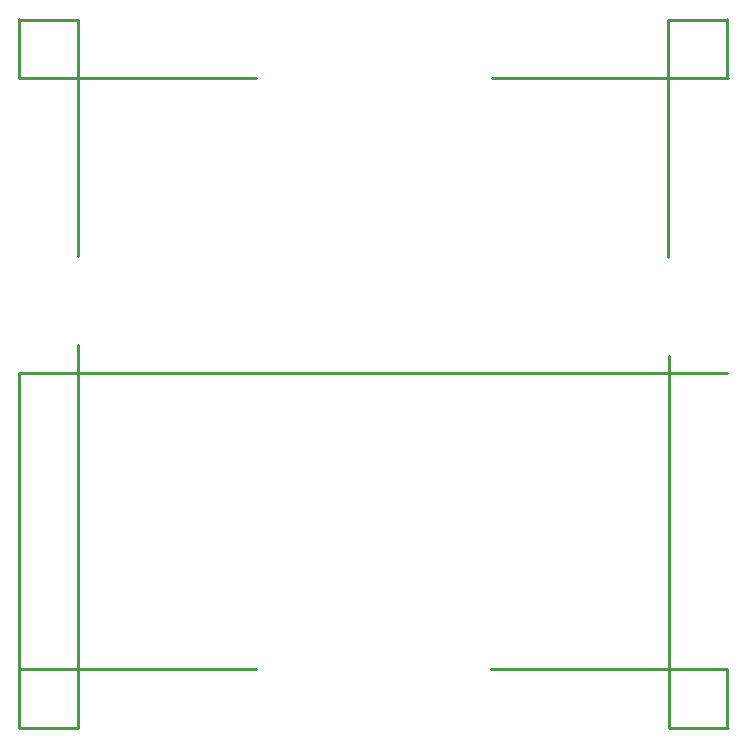
<source format=gm1>
G04*
G04 #@! TF.GenerationSoftware,Altium Limited,Altium Designer,19.0.10 (269)*
G04*
G04 Layer_Color=16711935*
%FSLAX25Y25*%
%MOIN*%
G70*
G01*
G75*
%ADD12C,0.01000*%
D12*
X115000Y228610D02*
X351055D01*
X134685Y267760D02*
Y346500D01*
X115000Y327000D02*
X193740D01*
X115000D02*
Y346685D01*
Y346500D02*
X134685D01*
X272500Y327000D02*
X351240D01*
X331315Y267500D02*
Y346500D01*
X351000Y327000D02*
Y346685D01*
X331315Y346500D02*
X351000D01*
X331500Y234500D02*
X331500Y110500D01*
X351185D01*
X272315Y130185D02*
X351055D01*
X351000Y110500D02*
Y130185D01*
X115000D02*
X193740D01*
X115000Y110500D02*
Y228610D01*
X134685Y238000D02*
X134685Y110500D01*
X115000D02*
X134685D01*
M02*

</source>
